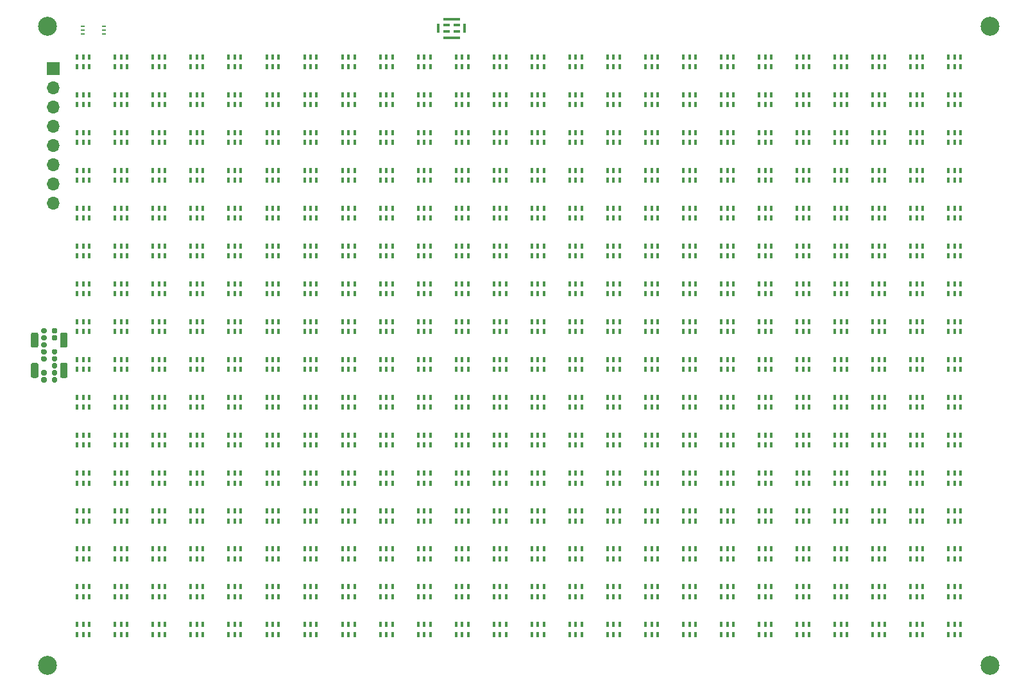
<source format=gbr>
G04 #@! TF.GenerationSoftware,KiCad,Pcbnew,(5.1.9-0-10_14)*
G04 #@! TF.CreationDate,2021-03-12T15:28:23+00:00*
G04 #@! TF.ProjectId,mqttDisplay,6d717474-4469-4737-906c-61792e6b6963,rev?*
G04 #@! TF.SameCoordinates,Original*
G04 #@! TF.FileFunction,Soldermask,Top*
G04 #@! TF.FilePolarity,Negative*
%FSLAX46Y46*%
G04 Gerber Fmt 4.6, Leading zero omitted, Abs format (unit mm)*
G04 Created by KiCad (PCBNEW (5.1.9-0-10_14)) date 2021-03-12 15:28:23*
%MOMM*%
%LPD*%
G01*
G04 APERTURE LIST*
%ADD10C,2.500000*%
%ADD11R,0.400000X0.700000*%
%ADD12R,0.550000X0.250000*%
%ADD13R,0.950000X0.400000*%
%ADD14R,2.300000X0.350000*%
%ADD15R,0.350000X1.300000*%
%ADD16O,1.700000X1.700000*%
%ADD17R,1.700000X1.700000*%
G04 APERTURE END LIST*
D10*
X185400000Y-43900000D03*
X185400000Y-128300000D03*
X61000000Y-128300000D03*
X61000000Y-43900000D03*
D11*
X104900000Y-114250000D03*
X106500000Y-114250000D03*
X105700000Y-114250000D03*
X104900000Y-112950000D03*
X105700000Y-112950000D03*
X106500000Y-112950000D03*
X179900000Y-124250000D03*
X181500000Y-124250000D03*
X180700000Y-124250000D03*
X179900000Y-122950000D03*
X180700000Y-122950000D03*
X181500000Y-122950000D03*
X174900000Y-124250000D03*
X176500000Y-124250000D03*
X175700000Y-124250000D03*
X174900000Y-122950000D03*
X175700000Y-122950000D03*
X176500000Y-122950000D03*
X169900000Y-124250000D03*
X171500000Y-124250000D03*
X170700000Y-124250000D03*
X169900000Y-122950000D03*
X170700000Y-122950000D03*
X171500000Y-122950000D03*
X164900000Y-124250000D03*
X166500000Y-124250000D03*
X165700000Y-124250000D03*
X164900000Y-122950000D03*
X165700000Y-122950000D03*
X166500000Y-122950000D03*
X159900000Y-124250000D03*
X161500000Y-124250000D03*
X160700000Y-124250000D03*
X159900000Y-122950000D03*
X160700000Y-122950000D03*
X161500000Y-122950000D03*
X154900000Y-124250000D03*
X156500000Y-124250000D03*
X155700000Y-124250000D03*
X154900000Y-122950000D03*
X155700000Y-122950000D03*
X156500000Y-122950000D03*
X149900000Y-124250000D03*
X151500000Y-124250000D03*
X150700000Y-124250000D03*
X149900000Y-122950000D03*
X150700000Y-122950000D03*
X151500000Y-122950000D03*
X144900000Y-124250000D03*
X146500000Y-124250000D03*
X145700000Y-124250000D03*
X144900000Y-122950000D03*
X145700000Y-122950000D03*
X146500000Y-122950000D03*
X139900000Y-124250000D03*
X141500000Y-124250000D03*
X140700000Y-124250000D03*
X139900000Y-122950000D03*
X140700000Y-122950000D03*
X141500000Y-122950000D03*
X134900000Y-124250000D03*
X136500000Y-124250000D03*
X135700000Y-124250000D03*
X134900000Y-122950000D03*
X135700000Y-122950000D03*
X136500000Y-122950000D03*
X129900000Y-124250000D03*
X131500000Y-124250000D03*
X130700000Y-124250000D03*
X129900000Y-122950000D03*
X130700000Y-122950000D03*
X131500000Y-122950000D03*
X124900000Y-124250000D03*
X126500000Y-124250000D03*
X125700000Y-124250000D03*
X124900000Y-122950000D03*
X125700000Y-122950000D03*
X126500000Y-122950000D03*
X119900000Y-124250000D03*
X121500000Y-124250000D03*
X120700000Y-124250000D03*
X119900000Y-122950000D03*
X120700000Y-122950000D03*
X121500000Y-122950000D03*
X114900000Y-124250000D03*
X116500000Y-124250000D03*
X115700000Y-124250000D03*
X114900000Y-122950000D03*
X115700000Y-122950000D03*
X116500000Y-122950000D03*
X109900000Y-124250000D03*
X111500000Y-124250000D03*
X110700000Y-124250000D03*
X109900000Y-122950000D03*
X110700000Y-122950000D03*
X111500000Y-122950000D03*
X104900000Y-124250000D03*
X106500000Y-124250000D03*
X105700000Y-124250000D03*
X104900000Y-122950000D03*
X105700000Y-122950000D03*
X106500000Y-122950000D03*
X99900000Y-124250000D03*
X101500000Y-124250000D03*
X100700000Y-124250000D03*
X99900000Y-122950000D03*
X100700000Y-122950000D03*
X101500000Y-122950000D03*
X94900000Y-124250000D03*
X96500000Y-124250000D03*
X95700000Y-124250000D03*
X94900000Y-122950000D03*
X95700000Y-122950000D03*
X96500000Y-122950000D03*
X89900000Y-124250000D03*
X91500000Y-124250000D03*
X90700000Y-124250000D03*
X89900000Y-122950000D03*
X90700000Y-122950000D03*
X91500000Y-122950000D03*
X84900000Y-124250000D03*
X86500000Y-124250000D03*
X85700000Y-124250000D03*
X84900000Y-122950000D03*
X85700000Y-122950000D03*
X86500000Y-122950000D03*
X79900000Y-124250000D03*
X81500000Y-124250000D03*
X80700000Y-124250000D03*
X79900000Y-122950000D03*
X80700000Y-122950000D03*
X81500000Y-122950000D03*
X74900000Y-124250000D03*
X76500000Y-124250000D03*
X75700000Y-124250000D03*
X74900000Y-122950000D03*
X75700000Y-122950000D03*
X76500000Y-122950000D03*
X69900000Y-124250000D03*
X71500000Y-124250000D03*
X70700000Y-124250000D03*
X69900000Y-122950000D03*
X70700000Y-122950000D03*
X71500000Y-122950000D03*
X64900000Y-124250000D03*
X66500000Y-124250000D03*
X65700000Y-124250000D03*
X64900000Y-122950000D03*
X65700000Y-122950000D03*
X66500000Y-122950000D03*
X179900000Y-119250000D03*
X181500000Y-119250000D03*
X180700000Y-119250000D03*
X179900000Y-117950000D03*
X180700000Y-117950000D03*
X181500000Y-117950000D03*
X174900000Y-119250000D03*
X176500000Y-119250000D03*
X175700000Y-119250000D03*
X174900000Y-117950000D03*
X175700000Y-117950000D03*
X176500000Y-117950000D03*
X169900000Y-119250000D03*
X171500000Y-119250000D03*
X170700000Y-119250000D03*
X169900000Y-117950000D03*
X170700000Y-117950000D03*
X171500000Y-117950000D03*
X164900000Y-119250000D03*
X166500000Y-119250000D03*
X165700000Y-119250000D03*
X164900000Y-117950000D03*
X165700000Y-117950000D03*
X166500000Y-117950000D03*
X159900000Y-119250000D03*
X161500000Y-119250000D03*
X160700000Y-119250000D03*
X159900000Y-117950000D03*
X160700000Y-117950000D03*
X161500000Y-117950000D03*
X154900000Y-119250000D03*
X156500000Y-119250000D03*
X155700000Y-119250000D03*
X154900000Y-117950000D03*
X155700000Y-117950000D03*
X156500000Y-117950000D03*
X149900000Y-119250000D03*
X151500000Y-119250000D03*
X150700000Y-119250000D03*
X149900000Y-117950000D03*
X150700000Y-117950000D03*
X151500000Y-117950000D03*
X144900000Y-119250000D03*
X146500000Y-119250000D03*
X145700000Y-119250000D03*
X144900000Y-117950000D03*
X145700000Y-117950000D03*
X146500000Y-117950000D03*
X139900000Y-119250000D03*
X141500000Y-119250000D03*
X140700000Y-119250000D03*
X139900000Y-117950000D03*
X140700000Y-117950000D03*
X141500000Y-117950000D03*
X134900000Y-119250000D03*
X136500000Y-119250000D03*
X135700000Y-119250000D03*
X134900000Y-117950000D03*
X135700000Y-117950000D03*
X136500000Y-117950000D03*
X129900000Y-119250000D03*
X131500000Y-119250000D03*
X130700000Y-119250000D03*
X129900000Y-117950000D03*
X130700000Y-117950000D03*
X131500000Y-117950000D03*
X124900000Y-119250000D03*
X126500000Y-119250000D03*
X125700000Y-119250000D03*
X124900000Y-117950000D03*
X125700000Y-117950000D03*
X126500000Y-117950000D03*
X119900000Y-119250000D03*
X121500000Y-119250000D03*
X120700000Y-119250000D03*
X119900000Y-117950000D03*
X120700000Y-117950000D03*
X121500000Y-117950000D03*
X114900000Y-119250000D03*
X116500000Y-119250000D03*
X115700000Y-119250000D03*
X114900000Y-117950000D03*
X115700000Y-117950000D03*
X116500000Y-117950000D03*
X109900000Y-119250000D03*
X111500000Y-119250000D03*
X110700000Y-119250000D03*
X109900000Y-117950000D03*
X110700000Y-117950000D03*
X111500000Y-117950000D03*
X104900000Y-119250000D03*
X106500000Y-119250000D03*
X105700000Y-119250000D03*
X104900000Y-117950000D03*
X105700000Y-117950000D03*
X106500000Y-117950000D03*
X99900000Y-119250000D03*
X101500000Y-119250000D03*
X100700000Y-119250000D03*
X99900000Y-117950000D03*
X100700000Y-117950000D03*
X101500000Y-117950000D03*
X94900000Y-119250000D03*
X96500000Y-119250000D03*
X95700000Y-119250000D03*
X94900000Y-117950000D03*
X95700000Y-117950000D03*
X96500000Y-117950000D03*
X89900000Y-119250000D03*
X91500000Y-119250000D03*
X90700000Y-119250000D03*
X89900000Y-117950000D03*
X90700000Y-117950000D03*
X91500000Y-117950000D03*
X84900000Y-119250000D03*
X86500000Y-119250000D03*
X85700000Y-119250000D03*
X84900000Y-117950000D03*
X85700000Y-117950000D03*
X86500000Y-117950000D03*
X79900000Y-119250000D03*
X81500000Y-119250000D03*
X80700000Y-119250000D03*
X79900000Y-117950000D03*
X80700000Y-117950000D03*
X81500000Y-117950000D03*
X74900000Y-119250000D03*
X76500000Y-119250000D03*
X75700000Y-119250000D03*
X74900000Y-117950000D03*
X75700000Y-117950000D03*
X76500000Y-117950000D03*
X69900000Y-119250000D03*
X71500000Y-119250000D03*
X70700000Y-119250000D03*
X69900000Y-117950000D03*
X70700000Y-117950000D03*
X71500000Y-117950000D03*
X64900000Y-119250000D03*
X66500000Y-119250000D03*
X65700000Y-119250000D03*
X64900000Y-117950000D03*
X65700000Y-117950000D03*
X66500000Y-117950000D03*
X179900000Y-114250000D03*
X181500000Y-114250000D03*
X180700000Y-114250000D03*
X179900000Y-112950000D03*
X180700000Y-112950000D03*
X181500000Y-112950000D03*
X174900000Y-114250000D03*
X176500000Y-114250000D03*
X175700000Y-114250000D03*
X174900000Y-112950000D03*
X175700000Y-112950000D03*
X176500000Y-112950000D03*
X169900000Y-114250000D03*
X171500000Y-114250000D03*
X170700000Y-114250000D03*
X169900000Y-112950000D03*
X170700000Y-112950000D03*
X171500000Y-112950000D03*
X164900000Y-114250000D03*
X166500000Y-114250000D03*
X165700000Y-114250000D03*
X164900000Y-112950000D03*
X165700000Y-112950000D03*
X166500000Y-112950000D03*
X159900000Y-114250000D03*
X161500000Y-114250000D03*
X160700000Y-114250000D03*
X159900000Y-112950000D03*
X160700000Y-112950000D03*
X161500000Y-112950000D03*
X154900000Y-114250000D03*
X156500000Y-114250000D03*
X155700000Y-114250000D03*
X154900000Y-112950000D03*
X155700000Y-112950000D03*
X156500000Y-112950000D03*
X149900000Y-114250000D03*
X151500000Y-114250000D03*
X150700000Y-114250000D03*
X149900000Y-112950000D03*
X150700000Y-112950000D03*
X151500000Y-112950000D03*
X144900000Y-114250000D03*
X146500000Y-114250000D03*
X145700000Y-114250000D03*
X144900000Y-112950000D03*
X145700000Y-112950000D03*
X146500000Y-112950000D03*
X139900000Y-114250000D03*
X141500000Y-114250000D03*
X140700000Y-114250000D03*
X139900000Y-112950000D03*
X140700000Y-112950000D03*
X141500000Y-112950000D03*
X134900000Y-114250000D03*
X136500000Y-114250000D03*
X135700000Y-114250000D03*
X134900000Y-112950000D03*
X135700000Y-112950000D03*
X136500000Y-112950000D03*
X129900000Y-114250000D03*
X131500000Y-114250000D03*
X130700000Y-114250000D03*
X129900000Y-112950000D03*
X130700000Y-112950000D03*
X131500000Y-112950000D03*
X124900000Y-114250000D03*
X126500000Y-114250000D03*
X125700000Y-114250000D03*
X124900000Y-112950000D03*
X125700000Y-112950000D03*
X126500000Y-112950000D03*
X119900000Y-114250000D03*
X121500000Y-114250000D03*
X120700000Y-114250000D03*
X119900000Y-112950000D03*
X120700000Y-112950000D03*
X121500000Y-112950000D03*
X114900000Y-114250000D03*
X116500000Y-114250000D03*
X115700000Y-114250000D03*
X114900000Y-112950000D03*
X115700000Y-112950000D03*
X116500000Y-112950000D03*
X109900000Y-114250000D03*
X111500000Y-114250000D03*
X110700000Y-114250000D03*
X109900000Y-112950000D03*
X110700000Y-112950000D03*
X111500000Y-112950000D03*
X99900000Y-114250000D03*
X101500000Y-114250000D03*
X100700000Y-114250000D03*
X99900000Y-112950000D03*
X100700000Y-112950000D03*
X101500000Y-112950000D03*
X94900000Y-114250000D03*
X96500000Y-114250000D03*
X95700000Y-114250000D03*
X94900000Y-112950000D03*
X95700000Y-112950000D03*
X96500000Y-112950000D03*
X89900000Y-114250000D03*
X91500000Y-114250000D03*
X90700000Y-114250000D03*
X89900000Y-112950000D03*
X90700000Y-112950000D03*
X91500000Y-112950000D03*
X84900000Y-114250000D03*
X86500000Y-114250000D03*
X85700000Y-114250000D03*
X84900000Y-112950000D03*
X85700000Y-112950000D03*
X86500000Y-112950000D03*
X79900000Y-114250000D03*
X81500000Y-114250000D03*
X80700000Y-114250000D03*
X79900000Y-112950000D03*
X80700000Y-112950000D03*
X81500000Y-112950000D03*
X74900000Y-114250000D03*
X76500000Y-114250000D03*
X75700000Y-114250000D03*
X74900000Y-112950000D03*
X75700000Y-112950000D03*
X76500000Y-112950000D03*
X69900000Y-114250000D03*
X71500000Y-114250000D03*
X70700000Y-114250000D03*
X69900000Y-112950000D03*
X70700000Y-112950000D03*
X71500000Y-112950000D03*
X64900000Y-114250000D03*
X66500000Y-114250000D03*
X65700000Y-114250000D03*
X64900000Y-112950000D03*
X65700000Y-112950000D03*
X66500000Y-112950000D03*
X179900000Y-109250000D03*
X181500000Y-109250000D03*
X180700000Y-109250000D03*
X179900000Y-107950000D03*
X180700000Y-107950000D03*
X181500000Y-107950000D03*
X174900000Y-109250000D03*
X176500000Y-109250000D03*
X175700000Y-109250000D03*
X174900000Y-107950000D03*
X175700000Y-107950000D03*
X176500000Y-107950000D03*
X169900000Y-109250000D03*
X171500000Y-109250000D03*
X170700000Y-109250000D03*
X169900000Y-107950000D03*
X170700000Y-107950000D03*
X171500000Y-107950000D03*
X164900000Y-109250000D03*
X166500000Y-109250000D03*
X165700000Y-109250000D03*
X164900000Y-107950000D03*
X165700000Y-107950000D03*
X166500000Y-107950000D03*
X159900000Y-109250000D03*
X161500000Y-109250000D03*
X160700000Y-109250000D03*
X159900000Y-107950000D03*
X160700000Y-107950000D03*
X161500000Y-107950000D03*
X154900000Y-109250000D03*
X156500000Y-109250000D03*
X155700000Y-109250000D03*
X154900000Y-107950000D03*
X155700000Y-107950000D03*
X156500000Y-107950000D03*
X149900000Y-109250000D03*
X151500000Y-109250000D03*
X150700000Y-109250000D03*
X149900000Y-107950000D03*
X150700000Y-107950000D03*
X151500000Y-107950000D03*
X144900000Y-109250000D03*
X146500000Y-109250000D03*
X145700000Y-109250000D03*
X144900000Y-107950000D03*
X145700000Y-107950000D03*
X146500000Y-107950000D03*
X139900000Y-109250000D03*
X141500000Y-109250000D03*
X140700000Y-109250000D03*
X139900000Y-107950000D03*
X140700000Y-107950000D03*
X141500000Y-107950000D03*
X134900000Y-109250000D03*
X136500000Y-109250000D03*
X135700000Y-109250000D03*
X134900000Y-107950000D03*
X135700000Y-107950000D03*
X136500000Y-107950000D03*
X129900000Y-109250000D03*
X131500000Y-109250000D03*
X130700000Y-109250000D03*
X129900000Y-107950000D03*
X130700000Y-107950000D03*
X131500000Y-107950000D03*
X124900000Y-109250000D03*
X126500000Y-109250000D03*
X125700000Y-109250000D03*
X124900000Y-107950000D03*
X125700000Y-107950000D03*
X126500000Y-107950000D03*
X119900000Y-109250000D03*
X121500000Y-109250000D03*
X120700000Y-109250000D03*
X119900000Y-107950000D03*
X120700000Y-107950000D03*
X121500000Y-107950000D03*
X114900000Y-109250000D03*
X116500000Y-109250000D03*
X115700000Y-109250000D03*
X114900000Y-107950000D03*
X115700000Y-107950000D03*
X116500000Y-107950000D03*
X109900000Y-109250000D03*
X111500000Y-109250000D03*
X110700000Y-109250000D03*
X109900000Y-107950000D03*
X110700000Y-107950000D03*
X111500000Y-107950000D03*
X104900000Y-109250000D03*
X106500000Y-109250000D03*
X105700000Y-109250000D03*
X104900000Y-107950000D03*
X105700000Y-107950000D03*
X106500000Y-107950000D03*
X99900000Y-109250000D03*
X101500000Y-109250000D03*
X100700000Y-109250000D03*
X99900000Y-107950000D03*
X100700000Y-107950000D03*
X101500000Y-107950000D03*
X94900000Y-109250000D03*
X96500000Y-109250000D03*
X95700000Y-109250000D03*
X94900000Y-107950000D03*
X95700000Y-107950000D03*
X96500000Y-107950000D03*
X89900000Y-109250000D03*
X91500000Y-109250000D03*
X90700000Y-109250000D03*
X89900000Y-107950000D03*
X90700000Y-107950000D03*
X91500000Y-107950000D03*
X84900000Y-109250000D03*
X86500000Y-109250000D03*
X85700000Y-109250000D03*
X84900000Y-107950000D03*
X85700000Y-107950000D03*
X86500000Y-107950000D03*
X79900000Y-109250000D03*
X81500000Y-109250000D03*
X80700000Y-109250000D03*
X79900000Y-107950000D03*
X80700000Y-107950000D03*
X81500000Y-107950000D03*
X74900000Y-109250000D03*
X76500000Y-109250000D03*
X75700000Y-109250000D03*
X74900000Y-107950000D03*
X75700000Y-107950000D03*
X76500000Y-107950000D03*
X69900000Y-109250000D03*
X71500000Y-109250000D03*
X70700000Y-109250000D03*
X69900000Y-107950000D03*
X70700000Y-107950000D03*
X71500000Y-107950000D03*
X64900000Y-109250000D03*
X66500000Y-109250000D03*
X65700000Y-109250000D03*
X64900000Y-107950000D03*
X65700000Y-107950000D03*
X66500000Y-107950000D03*
X179900000Y-104250000D03*
X181500000Y-104250000D03*
X180700000Y-104250000D03*
X179900000Y-102950000D03*
X180700000Y-102950000D03*
X181500000Y-102950000D03*
X174900000Y-104250000D03*
X176500000Y-104250000D03*
X175700000Y-104250000D03*
X174900000Y-102950000D03*
X175700000Y-102950000D03*
X176500000Y-102950000D03*
X169900000Y-104250000D03*
X171500000Y-104250000D03*
X170700000Y-104250000D03*
X169900000Y-102950000D03*
X170700000Y-102950000D03*
X171500000Y-102950000D03*
X164900000Y-104250000D03*
X166500000Y-104250000D03*
X165700000Y-104250000D03*
X164900000Y-102950000D03*
X165700000Y-102950000D03*
X166500000Y-102950000D03*
X159900000Y-104250000D03*
X161500000Y-104250000D03*
X160700000Y-104250000D03*
X159900000Y-102950000D03*
X160700000Y-102950000D03*
X161500000Y-102950000D03*
X154900000Y-104250000D03*
X156500000Y-104250000D03*
X155700000Y-104250000D03*
X154900000Y-102950000D03*
X155700000Y-102950000D03*
X156500000Y-102950000D03*
X149900000Y-104250000D03*
X151500000Y-104250000D03*
X150700000Y-104250000D03*
X149900000Y-102950000D03*
X150700000Y-102950000D03*
X151500000Y-102950000D03*
X144900000Y-104250000D03*
X146500000Y-104250000D03*
X145700000Y-104250000D03*
X144900000Y-102950000D03*
X145700000Y-102950000D03*
X146500000Y-102950000D03*
X139900000Y-104250000D03*
X141500000Y-104250000D03*
X140700000Y-104250000D03*
X139900000Y-102950000D03*
X140700000Y-102950000D03*
X141500000Y-102950000D03*
X134900000Y-104250000D03*
X136500000Y-104250000D03*
X135700000Y-104250000D03*
X134900000Y-102950000D03*
X135700000Y-102950000D03*
X136500000Y-102950000D03*
X129900000Y-104250000D03*
X131500000Y-104250000D03*
X130700000Y-104250000D03*
X129900000Y-102950000D03*
X130700000Y-102950000D03*
X131500000Y-102950000D03*
X124900000Y-104250000D03*
X126500000Y-104250000D03*
X125700000Y-104250000D03*
X124900000Y-102950000D03*
X125700000Y-102950000D03*
X126500000Y-102950000D03*
X119900000Y-104250000D03*
X121500000Y-104250000D03*
X120700000Y-104250000D03*
X119900000Y-102950000D03*
X120700000Y-102950000D03*
X121500000Y-102950000D03*
X114900000Y-104250000D03*
X116500000Y-104250000D03*
X115700000Y-104250000D03*
X114900000Y-102950000D03*
X115700000Y-102950000D03*
X116500000Y-102950000D03*
X109900000Y-104250000D03*
X111500000Y-104250000D03*
X110700000Y-104250000D03*
X109900000Y-102950000D03*
X110700000Y-102950000D03*
X111500000Y-102950000D03*
X104900000Y-104250000D03*
X106500000Y-104250000D03*
X105700000Y-104250000D03*
X104900000Y-102950000D03*
X105700000Y-102950000D03*
X106500000Y-102950000D03*
X99900000Y-104250000D03*
X101500000Y-104250000D03*
X100700000Y-104250000D03*
X99900000Y-102950000D03*
X100700000Y-102950000D03*
X101500000Y-102950000D03*
X94900000Y-104250000D03*
X96500000Y-104250000D03*
X95700000Y-104250000D03*
X94900000Y-102950000D03*
X95700000Y-102950000D03*
X96500000Y-102950000D03*
X89900000Y-104250000D03*
X91500000Y-104250000D03*
X90700000Y-104250000D03*
X89900000Y-102950000D03*
X90700000Y-102950000D03*
X91500000Y-102950000D03*
X84900000Y-104250000D03*
X86500000Y-104250000D03*
X85700000Y-104250000D03*
X84900000Y-102950000D03*
X85700000Y-102950000D03*
X86500000Y-102950000D03*
X79900000Y-104250000D03*
X81500000Y-104250000D03*
X80700000Y-104250000D03*
X79900000Y-102950000D03*
X80700000Y-102950000D03*
X81500000Y-102950000D03*
X74900000Y-104250000D03*
X76500000Y-104250000D03*
X75700000Y-104250000D03*
X74900000Y-102950000D03*
X75700000Y-102950000D03*
X76500000Y-102950000D03*
X69900000Y-104250000D03*
X71500000Y-104250000D03*
X70700000Y-104250000D03*
X69900000Y-102950000D03*
X70700000Y-102950000D03*
X71500000Y-102950000D03*
X64900000Y-104250000D03*
X66500000Y-104250000D03*
X65700000Y-104250000D03*
X64900000Y-102950000D03*
X65700000Y-102950000D03*
X66500000Y-102950000D03*
X179900000Y-99250000D03*
X181500000Y-99250000D03*
X180700000Y-99250000D03*
X179900000Y-97950000D03*
X180700000Y-97950000D03*
X181500000Y-97950000D03*
X174900000Y-99250000D03*
X176500000Y-99250000D03*
X175700000Y-99250000D03*
X174900000Y-97950000D03*
X175700000Y-97950000D03*
X176500000Y-97950000D03*
X169900000Y-99250000D03*
X171500000Y-99250000D03*
X170700000Y-99250000D03*
X169900000Y-97950000D03*
X170700000Y-97950000D03*
X171500000Y-97950000D03*
X164900000Y-99250000D03*
X166500000Y-99250000D03*
X165700000Y-99250000D03*
X164900000Y-97950000D03*
X165700000Y-97950000D03*
X166500000Y-97950000D03*
X159900000Y-99250000D03*
X161500000Y-99250000D03*
X160700000Y-99250000D03*
X159900000Y-97950000D03*
X160700000Y-97950000D03*
X161500000Y-97950000D03*
X154900000Y-99250000D03*
X156500000Y-99250000D03*
X155700000Y-99250000D03*
X154900000Y-97950000D03*
X155700000Y-97950000D03*
X156500000Y-97950000D03*
X149900000Y-99250000D03*
X151500000Y-99250000D03*
X150700000Y-99250000D03*
X149900000Y-97950000D03*
X150700000Y-97950000D03*
X151500000Y-97950000D03*
X144900000Y-99250000D03*
X146500000Y-99250000D03*
X145700000Y-99250000D03*
X144900000Y-97950000D03*
X145700000Y-97950000D03*
X146500000Y-97950000D03*
X139900000Y-99250000D03*
X141500000Y-99250000D03*
X140700000Y-99250000D03*
X139900000Y-97950000D03*
X140700000Y-97950000D03*
X141500000Y-97950000D03*
X134900000Y-99250000D03*
X136500000Y-99250000D03*
X135700000Y-99250000D03*
X134900000Y-97950000D03*
X135700000Y-97950000D03*
X136500000Y-97950000D03*
X129900000Y-99250000D03*
X131500000Y-99250000D03*
X130700000Y-99250000D03*
X129900000Y-97950000D03*
X130700000Y-97950000D03*
X131500000Y-97950000D03*
X124900000Y-99250000D03*
X126500000Y-99250000D03*
X125700000Y-99250000D03*
X124900000Y-97950000D03*
X125700000Y-97950000D03*
X126500000Y-97950000D03*
X119900000Y-99250000D03*
X121500000Y-99250000D03*
X120700000Y-99250000D03*
X119900000Y-97950000D03*
X120700000Y-97950000D03*
X121500000Y-97950000D03*
X114900000Y-99250000D03*
X116500000Y-99250000D03*
X115700000Y-99250000D03*
X114900000Y-97950000D03*
X115700000Y-97950000D03*
X116500000Y-97950000D03*
X109900000Y-99250000D03*
X111500000Y-99250000D03*
X110700000Y-99250000D03*
X109900000Y-97950000D03*
X110700000Y-97950000D03*
X111500000Y-97950000D03*
X104900000Y-99250000D03*
X106500000Y-99250000D03*
X105700000Y-99250000D03*
X104900000Y-97950000D03*
X105700000Y-97950000D03*
X106500000Y-97950000D03*
X99900000Y-99250000D03*
X101500000Y-99250000D03*
X100700000Y-99250000D03*
X99900000Y-97950000D03*
X100700000Y-97950000D03*
X101500000Y-97950000D03*
X94900000Y-99250000D03*
X96500000Y-99250000D03*
X95700000Y-99250000D03*
X94900000Y-97950000D03*
X95700000Y-97950000D03*
X96500000Y-97950000D03*
X89900000Y-99250000D03*
X91500000Y-99250000D03*
X90700000Y-99250000D03*
X89900000Y-97950000D03*
X90700000Y-97950000D03*
X91500000Y-97950000D03*
X84900000Y-99250000D03*
X86500000Y-99250000D03*
X85700000Y-99250000D03*
X84900000Y-97950000D03*
X85700000Y-97950000D03*
X86500000Y-97950000D03*
X79900000Y-99250000D03*
X81500000Y-99250000D03*
X80700000Y-99250000D03*
X79900000Y-97950000D03*
X80700000Y-97950000D03*
X81500000Y-97950000D03*
X74900000Y-99250000D03*
X76500000Y-99250000D03*
X75700000Y-99250000D03*
X74900000Y-97950000D03*
X75700000Y-97950000D03*
X76500000Y-97950000D03*
X69900000Y-99250000D03*
X71500000Y-99250000D03*
X70700000Y-99250000D03*
X69900000Y-97950000D03*
X70700000Y-97950000D03*
X71500000Y-97950000D03*
X64900000Y-99250000D03*
X66500000Y-99250000D03*
X65700000Y-99250000D03*
X64900000Y-97950000D03*
X65700000Y-97950000D03*
X66500000Y-97950000D03*
X179900000Y-94250000D03*
X181500000Y-94250000D03*
X180700000Y-94250000D03*
X179900000Y-92950000D03*
X180700000Y-92950000D03*
X181500000Y-92950000D03*
X174900000Y-94250000D03*
X176500000Y-94250000D03*
X175700000Y-94250000D03*
X174900000Y-92950000D03*
X175700000Y-92950000D03*
X176500000Y-92950000D03*
X169900000Y-94250000D03*
X171500000Y-94250000D03*
X170700000Y-94250000D03*
X169900000Y-92950000D03*
X170700000Y-92950000D03*
X171500000Y-92950000D03*
X164900000Y-94250000D03*
X166500000Y-94250000D03*
X165700000Y-94250000D03*
X164900000Y-92950000D03*
X165700000Y-92950000D03*
X166500000Y-92950000D03*
X159900000Y-94250000D03*
X161500000Y-94250000D03*
X160700000Y-94250000D03*
X159900000Y-92950000D03*
X160700000Y-92950000D03*
X161500000Y-92950000D03*
X154900000Y-94250000D03*
X156500000Y-94250000D03*
X155700000Y-94250000D03*
X154900000Y-92950000D03*
X155700000Y-92950000D03*
X156500000Y-92950000D03*
X149900000Y-94250000D03*
X151500000Y-94250000D03*
X150700000Y-94250000D03*
X149900000Y-92950000D03*
X150700000Y-92950000D03*
X151500000Y-92950000D03*
X144900000Y-94250000D03*
X146500000Y-94250000D03*
X145700000Y-94250000D03*
X144900000Y-92950000D03*
X145700000Y-92950000D03*
X146500000Y-92950000D03*
X139900000Y-94250000D03*
X141500000Y-94250000D03*
X140700000Y-94250000D03*
X139900000Y-92950000D03*
X140700000Y-92950000D03*
X141500000Y-92950000D03*
X134900000Y-94250000D03*
X136500000Y-94250000D03*
X135700000Y-94250000D03*
X134900000Y-92950000D03*
X135700000Y-92950000D03*
X136500000Y-92950000D03*
X129900000Y-94250000D03*
X131500000Y-94250000D03*
X130700000Y-94250000D03*
X129900000Y-92950000D03*
X130700000Y-92950000D03*
X131500000Y-92950000D03*
X124900000Y-94250000D03*
X126500000Y-94250000D03*
X125700000Y-94250000D03*
X124900000Y-92950000D03*
X125700000Y-92950000D03*
X126500000Y-92950000D03*
X119900000Y-94250000D03*
X121500000Y-94250000D03*
X120700000Y-94250000D03*
X119900000Y-92950000D03*
X120700000Y-92950000D03*
X121500000Y-92950000D03*
X114900000Y-94250000D03*
X116500000Y-94250000D03*
X115700000Y-94250000D03*
X114900000Y-92950000D03*
X115700000Y-92950000D03*
X116500000Y-92950000D03*
X109900000Y-94250000D03*
X111500000Y-94250000D03*
X110700000Y-94250000D03*
X109900000Y-92950000D03*
X110700000Y-92950000D03*
X111500000Y-92950000D03*
X104900000Y-94250000D03*
X106500000Y-94250000D03*
X105700000Y-94250000D03*
X104900000Y-92950000D03*
X105700000Y-92950000D03*
X106500000Y-92950000D03*
X99900000Y-94250000D03*
X101500000Y-94250000D03*
X100700000Y-94250000D03*
X99900000Y-92950000D03*
X100700000Y-92950000D03*
X101500000Y-92950000D03*
X94900000Y-94250000D03*
X96500000Y-94250000D03*
X95700000Y-94250000D03*
X94900000Y-92950000D03*
X95700000Y-92950000D03*
X96500000Y-92950000D03*
X89900000Y-94250000D03*
X91500000Y-94250000D03*
X90700000Y-94250000D03*
X89900000Y-92950000D03*
X90700000Y-92950000D03*
X91500000Y-92950000D03*
X84900000Y-94250000D03*
X86500000Y-94250000D03*
X85700000Y-94250000D03*
X84900000Y-92950000D03*
X85700000Y-92950000D03*
X86500000Y-92950000D03*
X79900000Y-94250000D03*
X81500000Y-94250000D03*
X80700000Y-94250000D03*
X79900000Y-92950000D03*
X80700000Y-92950000D03*
X81500000Y-92950000D03*
X74900000Y-94250000D03*
X76500000Y-94250000D03*
X75700000Y-94250000D03*
X74900000Y-92950000D03*
X75700000Y-92950000D03*
X76500000Y-92950000D03*
X69900000Y-94250000D03*
X71500000Y-94250000D03*
X70700000Y-94250000D03*
X69900000Y-92950000D03*
X70700000Y-92950000D03*
X71500000Y-92950000D03*
X64900000Y-94250000D03*
X66500000Y-94250000D03*
X65700000Y-94250000D03*
X64900000Y-92950000D03*
X65700000Y-92950000D03*
X66500000Y-92950000D03*
X179900000Y-89250000D03*
X181500000Y-89250000D03*
X180700000Y-89250000D03*
X179900000Y-87950000D03*
X180700000Y-87950000D03*
X181500000Y-87950000D03*
X174900000Y-89250000D03*
X176500000Y-89250000D03*
X175700000Y-89250000D03*
X174900000Y-87950000D03*
X175700000Y-87950000D03*
X176500000Y-87950000D03*
X169900000Y-89250000D03*
X171500000Y-89250000D03*
X170700000Y-89250000D03*
X169900000Y-87950000D03*
X170700000Y-87950000D03*
X171500000Y-87950000D03*
X164900000Y-89250000D03*
X166500000Y-89250000D03*
X165700000Y-89250000D03*
X164900000Y-87950000D03*
X165700000Y-87950000D03*
X166500000Y-87950000D03*
X159900000Y-89250000D03*
X161500000Y-89250000D03*
X160700000Y-89250000D03*
X159900000Y-87950000D03*
X160700000Y-87950000D03*
X161500000Y-87950000D03*
X154900000Y-89250000D03*
X156500000Y-89250000D03*
X155700000Y-89250000D03*
X154900000Y-87950000D03*
X155700000Y-87950000D03*
X156500000Y-87950000D03*
X149900000Y-89250000D03*
X151500000Y-89250000D03*
X150700000Y-89250000D03*
X149900000Y-87950000D03*
X150700000Y-87950000D03*
X151500000Y-87950000D03*
X144900000Y-89250000D03*
X146500000Y-89250000D03*
X145700000Y-89250000D03*
X144900000Y-87950000D03*
X145700000Y-87950000D03*
X146500000Y-87950000D03*
X139900000Y-89250000D03*
X141500000Y-89250000D03*
X140700000Y-89250000D03*
X139900000Y-87950000D03*
X140700000Y-87950000D03*
X141500000Y-87950000D03*
X134900000Y-89250000D03*
X136500000Y-89250000D03*
X135700000Y-89250000D03*
X134900000Y-87950000D03*
X135700000Y-87950000D03*
X136500000Y-87950000D03*
X129900000Y-89250000D03*
X131500000Y-89250000D03*
X130700000Y-89250000D03*
X129900000Y-87950000D03*
X130700000Y-87950000D03*
X131500000Y-87950000D03*
X124900000Y-89250000D03*
X126500000Y-89250000D03*
X125700000Y-89250000D03*
X124900000Y-87950000D03*
X125700000Y-87950000D03*
X126500000Y-87950000D03*
X119900000Y-89250000D03*
X121500000Y-89250000D03*
X120700000Y-89250000D03*
X119900000Y-87950000D03*
X120700000Y-87950000D03*
X121500000Y-87950000D03*
X114900000Y-89250000D03*
X116500000Y-89250000D03*
X115700000Y-89250000D03*
X114900000Y-87950000D03*
X115700000Y-87950000D03*
X116500000Y-87950000D03*
X109900000Y-89250000D03*
X111500000Y-89250000D03*
X110700000Y-89250000D03*
X109900000Y-87950000D03*
X110700000Y-87950000D03*
X111500000Y-87950000D03*
X104900000Y-89250000D03*
X106500000Y-89250000D03*
X105700000Y-89250000D03*
X104900000Y-87950000D03*
X105700000Y-87950000D03*
X106500000Y-87950000D03*
X99900000Y-89250000D03*
X101500000Y-89250000D03*
X100700000Y-89250000D03*
X99900000Y-87950000D03*
X100700000Y-87950000D03*
X101500000Y-87950000D03*
X94900000Y-89250000D03*
X96500000Y-89250000D03*
X95700000Y-89250000D03*
X94900000Y-87950000D03*
X95700000Y-87950000D03*
X96500000Y-87950000D03*
X89900000Y-89250000D03*
X91500000Y-89250000D03*
X90700000Y-89250000D03*
X89900000Y-87950000D03*
X90700000Y-87950000D03*
X91500000Y-87950000D03*
X84900000Y-89250000D03*
X86500000Y-89250000D03*
X85700000Y-89250000D03*
X84900000Y-87950000D03*
X85700000Y-87950000D03*
X86500000Y-87950000D03*
X79900000Y-89250000D03*
X81500000Y-89250000D03*
X80700000Y-89250000D03*
X79900000Y-87950000D03*
X80700000Y-87950000D03*
X81500000Y-87950000D03*
X74900000Y-89250000D03*
X76500000Y-89250000D03*
X75700000Y-89250000D03*
X74900000Y-87950000D03*
X75700000Y-87950000D03*
X76500000Y-87950000D03*
X69900000Y-89250000D03*
X71500000Y-89250000D03*
X70700000Y-89250000D03*
X69900000Y-87950000D03*
X70700000Y-87950000D03*
X71500000Y-87950000D03*
X64900000Y-89250000D03*
X66500000Y-89250000D03*
X65700000Y-89250000D03*
X64900000Y-87950000D03*
X65700000Y-87950000D03*
X66500000Y-87950000D03*
X179900000Y-84250000D03*
X181500000Y-84250000D03*
X180700000Y-84250000D03*
X179900000Y-82950000D03*
X180700000Y-82950000D03*
X181500000Y-82950000D03*
X174900000Y-84250000D03*
X176500000Y-84250000D03*
X175700000Y-84250000D03*
X174900000Y-82950000D03*
X175700000Y-82950000D03*
X176500000Y-82950000D03*
X169900000Y-84250000D03*
X171500000Y-84250000D03*
X170700000Y-84250000D03*
X169900000Y-82950000D03*
X170700000Y-82950000D03*
X171500000Y-82950000D03*
X164900000Y-84250000D03*
X166500000Y-84250000D03*
X165700000Y-84250000D03*
X164900000Y-82950000D03*
X165700000Y-82950000D03*
X166500000Y-82950000D03*
X159900000Y-84250000D03*
X161500000Y-84250000D03*
X160700000Y-84250000D03*
X159900000Y-82950000D03*
X160700000Y-82950000D03*
X161500000Y-82950000D03*
X154900000Y-84250000D03*
X156500000Y-84250000D03*
X155700000Y-84250000D03*
X154900000Y-82950000D03*
X155700000Y-82950000D03*
X156500000Y-82950000D03*
X149900000Y-84250000D03*
X151500000Y-84250000D03*
X150700000Y-84250000D03*
X149900000Y-82950000D03*
X150700000Y-82950000D03*
X151500000Y-82950000D03*
X144900000Y-84250000D03*
X146500000Y-84250000D03*
X145700000Y-84250000D03*
X144900000Y-82950000D03*
X145700000Y-82950000D03*
X146500000Y-82950000D03*
X139900000Y-84250000D03*
X141500000Y-84250000D03*
X140700000Y-84250000D03*
X139900000Y-82950000D03*
X140700000Y-82950000D03*
X141500000Y-82950000D03*
X134900000Y-84250000D03*
X136500000Y-84250000D03*
X135700000Y-84250000D03*
X134900000Y-82950000D03*
X135700000Y-82950000D03*
X136500000Y-82950000D03*
X129900000Y-84250000D03*
X131500000Y-84250000D03*
X130700000Y-84250000D03*
X129900000Y-82950000D03*
X130700000Y-82950000D03*
X131500000Y-82950000D03*
X124900000Y-84250000D03*
X126500000Y-84250000D03*
X125700000Y-84250000D03*
X124900000Y-82950000D03*
X125700000Y-82950000D03*
X126500000Y-82950000D03*
X119900000Y-84250000D03*
X121500000Y-84250000D03*
X120700000Y-84250000D03*
X119900000Y-82950000D03*
X120700000Y-82950000D03*
X121500000Y-82950000D03*
X114900000Y-84250000D03*
X116500000Y-84250000D03*
X115700000Y-84250000D03*
X114900000Y-82950000D03*
X115700000Y-82950000D03*
X116500000Y-82950000D03*
X109900000Y-84250000D03*
X111500000Y-84250000D03*
X110700000Y-84250000D03*
X109900000Y-82950000D03*
X110700000Y-82950000D03*
X111500000Y-82950000D03*
X104900000Y-84250000D03*
X106500000Y-84250000D03*
X105700000Y-84250000D03*
X104900000Y-82950000D03*
X105700000Y-82950000D03*
X106500000Y-82950000D03*
X99900000Y-84250000D03*
X101500000Y-84250000D03*
X100700000Y-84250000D03*
X99900000Y-82950000D03*
X100700000Y-82950000D03*
X101500000Y-82950000D03*
X94900000Y-84250000D03*
X96500000Y-84250000D03*
X95700000Y-84250000D03*
X94900000Y-82950000D03*
X95700000Y-82950000D03*
X96500000Y-82950000D03*
X89900000Y-84250000D03*
X91500000Y-84250000D03*
X90700000Y-84250000D03*
X89900000Y-82950000D03*
X90700000Y-82950000D03*
X91500000Y-82950000D03*
X84900000Y-84250000D03*
X86500000Y-84250000D03*
X85700000Y-84250000D03*
X84900000Y-82950000D03*
X85700000Y-82950000D03*
X86500000Y-82950000D03*
X79900000Y-84250000D03*
X81500000Y-84250000D03*
X80700000Y-84250000D03*
X79900000Y-82950000D03*
X80700000Y-82950000D03*
X81500000Y-82950000D03*
X74900000Y-84250000D03*
X76500000Y-84250000D03*
X75700000Y-84250000D03*
X74900000Y-82950000D03*
X75700000Y-82950000D03*
X76500000Y-82950000D03*
X69900000Y-84250000D03*
X71500000Y-84250000D03*
X70700000Y-84250000D03*
X69900000Y-82950000D03*
X70700000Y-82950000D03*
X71500000Y-82950000D03*
X64900000Y-84250000D03*
X66500000Y-84250000D03*
X65700000Y-84250000D03*
X64900000Y-82950000D03*
X65700000Y-82950000D03*
X66500000Y-82950000D03*
X179900000Y-79250000D03*
X181500000Y-79250000D03*
X180700000Y-79250000D03*
X179900000Y-77950000D03*
X180700000Y-77950000D03*
X181500000Y-77950000D03*
X174900000Y-79250000D03*
X176500000Y-79250000D03*
X175700000Y-79250000D03*
X174900000Y-77950000D03*
X175700000Y-77950000D03*
X176500000Y-77950000D03*
X169900000Y-79250000D03*
X171500000Y-79250000D03*
X170700000Y-79250000D03*
X169900000Y-77950000D03*
X170700000Y-77950000D03*
X171500000Y-77950000D03*
X164900000Y-79250000D03*
X166500000Y-79250000D03*
X165700000Y-79250000D03*
X164900000Y-77950000D03*
X165700000Y-77950000D03*
X166500000Y-77950000D03*
X159900000Y-79250000D03*
X161500000Y-79250000D03*
X160700000Y-79250000D03*
X159900000Y-77950000D03*
X160700000Y-77950000D03*
X161500000Y-77950000D03*
X154900000Y-79250000D03*
X156500000Y-79250000D03*
X155700000Y-79250000D03*
X154900000Y-77950000D03*
X155700000Y-77950000D03*
X156500000Y-77950000D03*
X149900000Y-79250000D03*
X151500000Y-79250000D03*
X150700000Y-79250000D03*
X149900000Y-77950000D03*
X150700000Y-77950000D03*
X151500000Y-77950000D03*
X144900000Y-79250000D03*
X146500000Y-79250000D03*
X145700000Y-79250000D03*
X144900000Y-77950000D03*
X145700000Y-77950000D03*
X146500000Y-77950000D03*
X139900000Y-79250000D03*
X141500000Y-79250000D03*
X140700000Y-79250000D03*
X139900000Y-77950000D03*
X140700000Y-77950000D03*
X141500000Y-77950000D03*
X134900000Y-79250000D03*
X136500000Y-79250000D03*
X135700000Y-79250000D03*
X134900000Y-77950000D03*
X135700000Y-77950000D03*
X136500000Y-77950000D03*
X129900000Y-79250000D03*
X131500000Y-79250000D03*
X130700000Y-79250000D03*
X129900000Y-77950000D03*
X130700000Y-77950000D03*
X131500000Y-77950000D03*
X124900000Y-79250000D03*
X126500000Y-79250000D03*
X125700000Y-79250000D03*
X124900000Y-77950000D03*
X125700000Y-77950000D03*
X126500000Y-77950000D03*
X119900000Y-79250000D03*
X121500000Y-79250000D03*
X120700000Y-79250000D03*
X119900000Y-77950000D03*
X120700000Y-77950000D03*
X121500000Y-77950000D03*
X114900000Y-79250000D03*
X116500000Y-79250000D03*
X115700000Y-79250000D03*
X114900000Y-77950000D03*
X115700000Y-77950000D03*
X116500000Y-77950000D03*
X109900000Y-79250000D03*
X111500000Y-79250000D03*
X110700000Y-79250000D03*
X109900000Y-77950000D03*
X110700000Y-77950000D03*
X111500000Y-77950000D03*
X104900000Y-79250000D03*
X106500000Y-79250000D03*
X105700000Y-79250000D03*
X104900000Y-77950000D03*
X105700000Y-77950000D03*
X106500000Y-77950000D03*
X99900000Y-79250000D03*
X101500000Y-79250000D03*
X100700000Y-79250000D03*
X99900000Y-77950000D03*
X100700000Y-77950000D03*
X101500000Y-77950000D03*
X94900000Y-79250000D03*
X96500000Y-79250000D03*
X95700000Y-79250000D03*
X94900000Y-77950000D03*
X95700000Y-77950000D03*
X96500000Y-77950000D03*
X89900000Y-79250000D03*
X91500000Y-79250000D03*
X90700000Y-79250000D03*
X89900000Y-77950000D03*
X90700000Y-77950000D03*
X91500000Y-77950000D03*
X84900000Y-79250000D03*
X86500000Y-79250000D03*
X85700000Y-79250000D03*
X84900000Y-77950000D03*
X85700000Y-77950000D03*
X86500000Y-77950000D03*
X79900000Y-79250000D03*
X81500000Y-79250000D03*
X80700000Y-79250000D03*
X79900000Y-77950000D03*
X80700000Y-77950000D03*
X81500000Y-77950000D03*
X74900000Y-79250000D03*
X76500000Y-79250000D03*
X75700000Y-79250000D03*
X74900000Y-77950000D03*
X75700000Y-77950000D03*
X76500000Y-77950000D03*
X69900000Y-79250000D03*
X71500000Y-79250000D03*
X70700000Y-79250000D03*
X69900000Y-77950000D03*
X70700000Y-77950000D03*
X71500000Y-77950000D03*
X64900000Y-79250000D03*
X66500000Y-79250000D03*
X65700000Y-79250000D03*
X64900000Y-77950000D03*
X65700000Y-77950000D03*
X66500000Y-77950000D03*
X179900000Y-74250000D03*
X181500000Y-74250000D03*
X180700000Y-74250000D03*
X179900000Y-72950000D03*
X180700000Y-72950000D03*
X181500000Y-72950000D03*
X174900000Y-74250000D03*
X176500000Y-74250000D03*
X175700000Y-74250000D03*
X174900000Y-72950000D03*
X175700000Y-72950000D03*
X176500000Y-72950000D03*
X169900000Y-74250000D03*
X171500000Y-74250000D03*
X170700000Y-74250000D03*
X169900000Y-72950000D03*
X170700000Y-72950000D03*
X171500000Y-72950000D03*
X164900000Y-74250000D03*
X166500000Y-74250000D03*
X165700000Y-74250000D03*
X164900000Y-72950000D03*
X165700000Y-72950000D03*
X166500000Y-72950000D03*
X159900000Y-74250000D03*
X161500000Y-74250000D03*
X160700000Y-74250000D03*
X159900000Y-72950000D03*
X160700000Y-72950000D03*
X161500000Y-72950000D03*
X154900000Y-74250000D03*
X156500000Y-74250000D03*
X155700000Y-74250000D03*
X154900000Y-72950000D03*
X155700000Y-72950000D03*
X156500000Y-72950000D03*
X149900000Y-74250000D03*
X151500000Y-74250000D03*
X150700000Y-74250000D03*
X149900000Y-72950000D03*
X150700000Y-72950000D03*
X151500000Y-72950000D03*
X144900000Y-74250000D03*
X146500000Y-74250000D03*
X145700000Y-74250000D03*
X144900000Y-72950000D03*
X145700000Y-72950000D03*
X146500000Y-72950000D03*
X139900000Y-74250000D03*
X141500000Y-74250000D03*
X140700000Y-74250000D03*
X139900000Y-72950000D03*
X140700000Y-72950000D03*
X141500000Y-72950000D03*
X134900000Y-74250000D03*
X136500000Y-74250000D03*
X135700000Y-74250000D03*
X134900000Y-72950000D03*
X135700000Y-72950000D03*
X136500000Y-72950000D03*
X129900000Y-74250000D03*
X131500000Y-74250000D03*
X130700000Y-74250000D03*
X129900000Y-72950000D03*
X130700000Y-72950000D03*
X131500000Y-72950000D03*
X124900000Y-74250000D03*
X126500000Y-74250000D03*
X125700000Y-74250000D03*
X124900000Y-72950000D03*
X125700000Y-72950000D03*
X126500000Y-72950000D03*
X119900000Y-74250000D03*
X121500000Y-74250000D03*
X120700000Y-74250000D03*
X119900000Y-72950000D03*
X120700000Y-72950000D03*
X121500000Y-72950000D03*
X114900000Y-74250000D03*
X116500000Y-74250000D03*
X115700000Y-74250000D03*
X114900000Y-72950000D03*
X115700000Y-72950000D03*
X116500000Y-72950000D03*
X109900000Y-74250000D03*
X111500000Y-74250000D03*
X110700000Y-74250000D03*
X109900000Y-72950000D03*
X110700000Y-72950000D03*
X111500000Y-72950000D03*
X104900000Y-74250000D03*
X106500000Y-74250000D03*
X105700000Y-74250000D03*
X104900000Y-72950000D03*
X105700000Y-72950000D03*
X106500000Y-72950000D03*
X99900000Y-74250000D03*
X101500000Y-74250000D03*
X100700000Y-74250000D03*
X99900000Y-72950000D03*
X100700000Y-72950000D03*
X101500000Y-72950000D03*
X94900000Y-74250000D03*
X96500000Y-74250000D03*
X95700000Y-74250000D03*
X94900000Y-72950000D03*
X95700000Y-72950000D03*
X96500000Y-72950000D03*
X89900000Y-74250000D03*
X91500000Y-74250000D03*
X90700000Y-74250000D03*
X89900000Y-72950000D03*
X90700000Y-72950000D03*
X91500000Y-72950000D03*
X84900000Y-74250000D03*
X86500000Y-74250000D03*
X85700000Y-74250000D03*
X84900000Y-72950000D03*
X85700000Y-72950000D03*
X86500000Y-72950000D03*
X79900000Y-74250000D03*
X81500000Y-74250000D03*
X80700000Y-74250000D03*
X79900000Y-72950000D03*
X80700000Y-72950000D03*
X81500000Y-72950000D03*
X74900000Y-74250000D03*
X76500000Y-74250000D03*
X75700000Y-74250000D03*
X74900000Y-72950000D03*
X75700000Y-72950000D03*
X76500000Y-72950000D03*
X69900000Y-74250000D03*
X71500000Y-74250000D03*
X70700000Y-74250000D03*
X69900000Y-72950000D03*
X70700000Y-72950000D03*
X71500000Y-72950000D03*
X64900000Y-74250000D03*
X66500000Y-74250000D03*
X65700000Y-74250000D03*
X64900000Y-72950000D03*
X65700000Y-72950000D03*
X66500000Y-72950000D03*
X179900000Y-69250000D03*
X181500000Y-69250000D03*
X180700000Y-69250000D03*
X179900000Y-67950000D03*
X180700000Y-67950000D03*
X181500000Y-67950000D03*
X174900000Y-69250000D03*
X176500000Y-69250000D03*
X175700000Y-69250000D03*
X174900000Y-67950000D03*
X175700000Y-67950000D03*
X176500000Y-67950000D03*
X169900000Y-69250000D03*
X171500000Y-69250000D03*
X170700000Y-69250000D03*
X169900000Y-67950000D03*
X170700000Y-67950000D03*
X171500000Y-67950000D03*
X164900000Y-69250000D03*
X166500000Y-69250000D03*
X165700000Y-69250000D03*
X164900000Y-67950000D03*
X165700000Y-67950000D03*
X166500000Y-67950000D03*
X159900000Y-69250000D03*
X161500000Y-69250000D03*
X160700000Y-69250000D03*
X159900000Y-67950000D03*
X160700000Y-67950000D03*
X161500000Y-67950000D03*
X154900000Y-69250000D03*
X156500000Y-69250000D03*
X155700000Y-69250000D03*
X154900000Y-67950000D03*
X155700000Y-67950000D03*
X156500000Y-67950000D03*
X149900000Y-69250000D03*
X151500000Y-69250000D03*
X150700000Y-69250000D03*
X149900000Y-67950000D03*
X150700000Y-67950000D03*
X151500000Y-67950000D03*
X144900000Y-69250000D03*
X146500000Y-69250000D03*
X145700000Y-69250000D03*
X144900000Y-67950000D03*
X145700000Y-67950000D03*
X146500000Y-67950000D03*
X139900000Y-69250000D03*
X141500000Y-69250000D03*
X140700000Y-69250000D03*
X139900000Y-67950000D03*
X140700000Y-67950000D03*
X141500000Y-67950000D03*
X134900000Y-69250000D03*
X136500000Y-69250000D03*
X135700000Y-69250000D03*
X134900000Y-67950000D03*
X135700000Y-67950000D03*
X136500000Y-67950000D03*
X129900000Y-69250000D03*
X131500000Y-69250000D03*
X130700000Y-69250000D03*
X129900000Y-67950000D03*
X130700000Y-67950000D03*
X131500000Y-67950000D03*
X124900000Y-69250000D03*
X126500000Y-69250000D03*
X125700000Y-69250000D03*
X124900000Y-67950000D03*
X125700000Y-67950000D03*
X126500000Y-67950000D03*
X119900000Y-69250000D03*
X121500000Y-69250000D03*
X120700000Y-69250000D03*
X119900000Y-67950000D03*
X120700000Y-67950000D03*
X121500000Y-67950000D03*
X114900000Y-69250000D03*
X116500000Y-69250000D03*
X115700000Y-69250000D03*
X114900000Y-67950000D03*
X115700000Y-67950000D03*
X116500000Y-67950000D03*
X109900000Y-69250000D03*
X111500000Y-69250000D03*
X110700000Y-69250000D03*
X109900000Y-67950000D03*
X110700000Y-67950000D03*
X111500000Y-67950000D03*
X104900000Y-69250000D03*
X106500000Y-69250000D03*
X105700000Y-69250000D03*
X104900000Y-67950000D03*
X105700000Y-67950000D03*
X106500000Y-67950000D03*
X99900000Y-69250000D03*
X101500000Y-69250000D03*
X100700000Y-69250000D03*
X99900000Y-67950000D03*
X100700000Y-67950000D03*
X101500000Y-67950000D03*
X94900000Y-69250000D03*
X96500000Y-69250000D03*
X95700000Y-69250000D03*
X94900000Y-67950000D03*
X95700000Y-67950000D03*
X96500000Y-67950000D03*
X89900000Y-69250000D03*
X91500000Y-69250000D03*
X90700000Y-69250000D03*
X89900000Y-67950000D03*
X90700000Y-67950000D03*
X91500000Y-67950000D03*
X84900000Y-69250000D03*
X86500000Y-69250000D03*
X85700000Y-69250000D03*
X84900000Y-67950000D03*
X85700000Y-67950000D03*
X86500000Y-67950000D03*
X79900000Y-69250000D03*
X81500000Y-69250000D03*
X80700000Y-69250000D03*
X79900000Y-67950000D03*
X80700000Y-67950000D03*
X81500000Y-67950000D03*
X74900000Y-69250000D03*
X76500000Y-69250000D03*
X75700000Y-69250000D03*
X74900000Y-67950000D03*
X75700000Y-67950000D03*
X76500000Y-67950000D03*
X69900000Y-69250000D03*
X71500000Y-69250000D03*
X70700000Y-69250000D03*
X69900000Y-67950000D03*
X70700000Y-67950000D03*
X71500000Y-67950000D03*
X64900000Y-69250000D03*
X66500000Y-69250000D03*
X65700000Y-69250000D03*
X64900000Y-67950000D03*
X65700000Y-67950000D03*
X66500000Y-67950000D03*
X179900000Y-64250000D03*
X181500000Y-64250000D03*
X180700000Y-64250000D03*
X179900000Y-62950000D03*
X180700000Y-62950000D03*
X181500000Y-62950000D03*
X174900000Y-64250000D03*
X176500000Y-64250000D03*
X175700000Y-64250000D03*
X174900000Y-62950000D03*
X175700000Y-62950000D03*
X176500000Y-62950000D03*
X169900000Y-64250000D03*
X171500000Y-64250000D03*
X170700000Y-64250000D03*
X169900000Y-62950000D03*
X170700000Y-62950000D03*
X171500000Y-62950000D03*
X164900000Y-64250000D03*
X166500000Y-64250000D03*
X165700000Y-64250000D03*
X164900000Y-62950000D03*
X165700000Y-62950000D03*
X166500000Y-62950000D03*
X159900000Y-64250000D03*
X161500000Y-64250000D03*
X160700000Y-64250000D03*
X159900000Y-62950000D03*
X160700000Y-62950000D03*
X161500000Y-62950000D03*
X154900000Y-64250000D03*
X156500000Y-64250000D03*
X155700000Y-64250000D03*
X154900000Y-62950000D03*
X155700000Y-62950000D03*
X156500000Y-62950000D03*
X149900000Y-64250000D03*
X151500000Y-64250000D03*
X150700000Y-64250000D03*
X149900000Y-62950000D03*
X150700000Y-62950000D03*
X151500000Y-62950000D03*
X144900000Y-64250000D03*
X146500000Y-64250000D03*
X145700000Y-64250000D03*
X144900000Y-62950000D03*
X145700000Y-62950000D03*
X146500000Y-62950000D03*
X139900000Y-64250000D03*
X141500000Y-64250000D03*
X140700000Y-64250000D03*
X139900000Y-62950000D03*
X140700000Y-62950000D03*
X141500000Y-62950000D03*
X134900000Y-64250000D03*
X136500000Y-64250000D03*
X135700000Y-64250000D03*
X134900000Y-62950000D03*
X135700000Y-62950000D03*
X136500000Y-62950000D03*
X129900000Y-64250000D03*
X131500000Y-64250000D03*
X130700000Y-64250000D03*
X129900000Y-62950000D03*
X130700000Y-62950000D03*
X131500000Y-62950000D03*
X124900000Y-64250000D03*
X126500000Y-64250000D03*
X125700000Y-64250000D03*
X124900000Y-62950000D03*
X125700000Y-62950000D03*
X126500000Y-62950000D03*
X119900000Y-64250000D03*
X121500000Y-64250000D03*
X120700000Y-64250000D03*
X119900000Y-62950000D03*
X120700000Y-62950000D03*
X121500000Y-62950000D03*
X114900000Y-64250000D03*
X116500000Y-64250000D03*
X115700000Y-64250000D03*
X114900000Y-62950000D03*
X115700000Y-62950000D03*
X116500000Y-62950000D03*
X109900000Y-64250000D03*
X111500000Y-64250000D03*
X110700000Y-64250000D03*
X109900000Y-62950000D03*
X110700000Y-62950000D03*
X111500000Y-62950000D03*
X104900000Y-64250000D03*
X106500000Y-64250000D03*
X105700000Y-64250000D03*
X104900000Y-62950000D03*
X105700000Y-62950000D03*
X106500000Y-62950000D03*
X99900000Y-64250000D03*
X101500000Y-64250000D03*
X100700000Y-64250000D03*
X99900000Y-62950000D03*
X100700000Y-62950000D03*
X101500000Y-62950000D03*
X94900000Y-64250000D03*
X96500000Y-64250000D03*
X95700000Y-64250000D03*
X94900000Y-62950000D03*
X95700000Y-62950000D03*
X96500000Y-62950000D03*
X89900000Y-64250000D03*
X91500000Y-64250000D03*
X90700000Y-64250000D03*
X89900000Y-62950000D03*
X90700000Y-62950000D03*
X91500000Y-62950000D03*
X84900000Y-64250000D03*
X86500000Y-64250000D03*
X85700000Y-64250000D03*
X84900000Y-62950000D03*
X85700000Y-62950000D03*
X86500000Y-62950000D03*
X79900000Y-64250000D03*
X81500000Y-64250000D03*
X80700000Y-64250000D03*
X79900000Y-62950000D03*
X80700000Y-62950000D03*
X81500000Y-62950000D03*
X74900000Y-64250000D03*
X76500000Y-64250000D03*
X75700000Y-64250000D03*
X74900000Y-62950000D03*
X75700000Y-62950000D03*
X76500000Y-62950000D03*
X69900000Y-64250000D03*
X71500000Y-64250000D03*
X70700000Y-64250000D03*
X69900000Y-62950000D03*
X70700000Y-62950000D03*
X71500000Y-62950000D03*
X64900000Y-64250000D03*
X66500000Y-64250000D03*
X65700000Y-64250000D03*
X64900000Y-62950000D03*
X65700000Y-62950000D03*
X66500000Y-62950000D03*
X179900000Y-59250000D03*
X181500000Y-59250000D03*
X180700000Y-59250000D03*
X179900000Y-57950000D03*
X180700000Y-57950000D03*
X181500000Y-57950000D03*
X174900000Y-59250000D03*
X176500000Y-59250000D03*
X175700000Y-59250000D03*
X174900000Y-57950000D03*
X175700000Y-57950000D03*
X176500000Y-57950000D03*
X169900000Y-59250000D03*
X171500000Y-59250000D03*
X170700000Y-59250000D03*
X169900000Y-57950000D03*
X170700000Y-57950000D03*
X171500000Y-57950000D03*
X164900000Y-59250000D03*
X166500000Y-59250000D03*
X165700000Y-59250000D03*
X164900000Y-57950000D03*
X165700000Y-57950000D03*
X166500000Y-57950000D03*
X159900000Y-59250000D03*
X161500000Y-59250000D03*
X160700000Y-59250000D03*
X159900000Y-57950000D03*
X160700000Y-57950000D03*
X161500000Y-57950000D03*
X154900000Y-59250000D03*
X156500000Y-59250000D03*
X155700000Y-59250000D03*
X154900000Y-57950000D03*
X155700000Y-57950000D03*
X156500000Y-57950000D03*
X149900000Y-59250000D03*
X151500000Y-59250000D03*
X150700000Y-59250000D03*
X149900000Y-57950000D03*
X150700000Y-57950000D03*
X151500000Y-57950000D03*
X144900000Y-59250000D03*
X146500000Y-59250000D03*
X145700000Y-59250000D03*
X144900000Y-57950000D03*
X145700000Y-57950000D03*
X146500000Y-57950000D03*
X139900000Y-59250000D03*
X141500000Y-59250000D03*
X140700000Y-59250000D03*
X139900000Y-57950000D03*
X140700000Y-57950000D03*
X141500000Y-57950000D03*
X134900000Y-59250000D03*
X136500000Y-59250000D03*
X135700000Y-59250000D03*
X134900000Y-57950000D03*
X135700000Y-57950000D03*
X136500000Y-57950000D03*
X129900000Y-59250000D03*
X131500000Y-59250000D03*
X130700000Y-59250000D03*
X129900000Y-57950000D03*
X130700000Y-57950000D03*
X131500000Y-57950000D03*
X124900000Y-59250000D03*
X126500000Y-59250000D03*
X125700000Y-59250000D03*
X124900000Y-57950000D03*
X125700000Y-57950000D03*
X126500000Y-57950000D03*
X119900000Y-59250000D03*
X121500000Y-59250000D03*
X120700000Y-59250000D03*
X119900000Y-57950000D03*
X120700000Y-57950000D03*
X121500000Y-57950000D03*
X114900000Y-59250000D03*
X116500000Y-59250000D03*
X115700000Y-59250000D03*
X114900000Y-57950000D03*
X115700000Y-57950000D03*
X116500000Y-57950000D03*
X109900000Y-59250000D03*
X111500000Y-59250000D03*
X110700000Y-59250000D03*
X109900000Y-57950000D03*
X110700000Y-57950000D03*
X111500000Y-57950000D03*
X104900000Y-59250000D03*
X106500000Y-59250000D03*
X105700000Y-59250000D03*
X104900000Y-57950000D03*
X105700000Y-57950000D03*
X106500000Y-57950000D03*
X99900000Y-59250000D03*
X101500000Y-59250000D03*
X100700000Y-59250000D03*
X99900000Y-57950000D03*
X100700000Y-57950000D03*
X101500000Y-57950000D03*
X94900000Y-59250000D03*
X96500000Y-59250000D03*
X95700000Y-59250000D03*
X94900000Y-57950000D03*
X95700000Y-57950000D03*
X96500000Y-57950000D03*
X89900000Y-59250000D03*
X91500000Y-59250000D03*
X90700000Y-59250000D03*
X89900000Y-57950000D03*
X90700000Y-57950000D03*
X91500000Y-57950000D03*
X84900000Y-59250000D03*
X86500000Y-59250000D03*
X85700000Y-59250000D03*
X84900000Y-57950000D03*
X85700000Y-57950000D03*
X86500000Y-57950000D03*
X79900000Y-59250000D03*
X81500000Y-59250000D03*
X80700000Y-59250000D03*
X79900000Y-57950000D03*
X80700000Y-57950000D03*
X81500000Y-57950000D03*
X74900000Y-59250000D03*
X76500000Y-59250000D03*
X75700000Y-59250000D03*
X74900000Y-57950000D03*
X75700000Y-57950000D03*
X76500000Y-57950000D03*
X69900000Y-59250000D03*
X71500000Y-59250000D03*
X70700000Y-59250000D03*
X69900000Y-57950000D03*
X70700000Y-57950000D03*
X71500000Y-57950000D03*
X64900000Y-59250000D03*
X66500000Y-59250000D03*
X65700000Y-59250000D03*
X64900000Y-57950000D03*
X65700000Y-57950000D03*
X66500000Y-57950000D03*
X179900000Y-54250000D03*
X181500000Y-54250000D03*
X180700000Y-54250000D03*
X179900000Y-52950000D03*
X180700000Y-52950000D03*
X181500000Y-52950000D03*
X174900000Y-54250000D03*
X176500000Y-54250000D03*
X175700000Y-54250000D03*
X174900000Y-52950000D03*
X175700000Y-52950000D03*
X176500000Y-52950000D03*
X169900000Y-54250000D03*
X171500000Y-54250000D03*
X170700000Y-54250000D03*
X169900000Y-52950000D03*
X170700000Y-52950000D03*
X171500000Y-52950000D03*
X164900000Y-54250000D03*
X166500000Y-54250000D03*
X165700000Y-54250000D03*
X164900000Y-52950000D03*
X165700000Y-52950000D03*
X166500000Y-52950000D03*
X159900000Y-54250000D03*
X161500000Y-54250000D03*
X160700000Y-54250000D03*
X159900000Y-52950000D03*
X160700000Y-52950000D03*
X161500000Y-52950000D03*
X154900000Y-54250000D03*
X156500000Y-54250000D03*
X155700000Y-54250000D03*
X154900000Y-52950000D03*
X155700000Y-52950000D03*
X156500000Y-52950000D03*
X149900000Y-54250000D03*
X151500000Y-54250000D03*
X150700000Y-54250000D03*
X149900000Y-52950000D03*
X150700000Y-52950000D03*
X151500000Y-52950000D03*
X144900000Y-54250000D03*
X146500000Y-54250000D03*
X145700000Y-54250000D03*
X144900000Y-52950000D03*
X145700000Y-52950000D03*
X146500000Y-52950000D03*
X139900000Y-54250000D03*
X141500000Y-54250000D03*
X140700000Y-54250000D03*
X139900000Y-52950000D03*
X140700000Y-52950000D03*
X141500000Y-52950000D03*
X134900000Y-54250000D03*
X136500000Y-54250000D03*
X135700000Y-54250000D03*
X134900000Y-52950000D03*
X135700000Y-52950000D03*
X136500000Y-52950000D03*
X129900000Y-54250000D03*
X131500000Y-54250000D03*
X130700000Y-54250000D03*
X129900000Y-52950000D03*
X130700000Y-52950000D03*
X131500000Y-52950000D03*
X124900000Y-54250000D03*
X126500000Y-54250000D03*
X125700000Y-54250000D03*
X124900000Y-52950000D03*
X125700000Y-52950000D03*
X126500000Y-52950000D03*
X119900000Y-54250000D03*
X121500000Y-54250000D03*
X120700000Y-54250000D03*
X119900000Y-52950000D03*
X120700000Y-52950000D03*
X121500000Y-52950000D03*
X114900000Y-54250000D03*
X116500000Y-54250000D03*
X115700000Y-54250000D03*
X114900000Y-52950000D03*
X115700000Y-52950000D03*
X116500000Y-52950000D03*
X109900000Y-54250000D03*
X111500000Y-54250000D03*
X110700000Y-54250000D03*
X109900000Y-52950000D03*
X110700000Y-52950000D03*
X111500000Y-52950000D03*
X104900000Y-54250000D03*
X106500000Y-54250000D03*
X105700000Y-54250000D03*
X104900000Y-52950000D03*
X105700000Y-52950000D03*
X106500000Y-52950000D03*
X99900000Y-54250000D03*
X101500000Y-54250000D03*
X100700000Y-54250000D03*
X99900000Y-52950000D03*
X100700000Y-52950000D03*
X101500000Y-52950000D03*
X94900000Y-54250000D03*
X96500000Y-54250000D03*
X95700000Y-54250000D03*
X94900000Y-52950000D03*
X95700000Y-52950000D03*
X96500000Y-52950000D03*
X89900000Y-54250000D03*
X91500000Y-54250000D03*
X90700000Y-54250000D03*
X89900000Y-52950000D03*
X90700000Y-52950000D03*
X91500000Y-52950000D03*
X84900000Y-54250000D03*
X86500000Y-54250000D03*
X85700000Y-54250000D03*
X84900000Y-52950000D03*
X85700000Y-52950000D03*
X86500000Y-52950000D03*
X79900000Y-54250000D03*
X81500000Y-54250000D03*
X80700000Y-54250000D03*
X79900000Y-52950000D03*
X80700000Y-52950000D03*
X81500000Y-52950000D03*
X74900000Y-54250000D03*
X76500000Y-54250000D03*
X75700000Y-54250000D03*
X74900000Y-52950000D03*
X75700000Y-52950000D03*
X76500000Y-52950000D03*
X69900000Y-54250000D03*
X71500000Y-54250000D03*
X70700000Y-54250000D03*
X69900000Y-52950000D03*
X70700000Y-52950000D03*
X71500000Y-52950000D03*
X64900000Y-54250000D03*
X66500000Y-54250000D03*
X65700000Y-54250000D03*
X64900000Y-52950000D03*
X65700000Y-52950000D03*
X66500000Y-52950000D03*
X179900000Y-49250000D03*
X181500000Y-49250000D03*
X180700000Y-49250000D03*
X179900000Y-47950000D03*
X180700000Y-47950000D03*
X181500000Y-47950000D03*
X174900000Y-49250000D03*
X176500000Y-49250000D03*
X175700000Y-49250000D03*
X174900000Y-47950000D03*
X175700000Y-47950000D03*
X176500000Y-47950000D03*
X169900000Y-49250000D03*
X171500000Y-49250000D03*
X170700000Y-49250000D03*
X169900000Y-47950000D03*
X170700000Y-47950000D03*
X171500000Y-47950000D03*
X164900000Y-49250000D03*
X166500000Y-49250000D03*
X165700000Y-49250000D03*
X164900000Y-47950000D03*
X165700000Y-47950000D03*
X166500000Y-47950000D03*
X159900000Y-49250000D03*
X161500000Y-49250000D03*
X160700000Y-49250000D03*
X159900000Y-47950000D03*
X160700000Y-47950000D03*
X161500000Y-47950000D03*
X154900000Y-49250000D03*
X156500000Y-49250000D03*
X155700000Y-49250000D03*
X154900000Y-47950000D03*
X155700000Y-47950000D03*
X156500000Y-47950000D03*
X149900000Y-49250000D03*
X151500000Y-49250000D03*
X150700000Y-49250000D03*
X149900000Y-47950000D03*
X150700000Y-47950000D03*
X151500000Y-47950000D03*
X144900000Y-49250000D03*
X146500000Y-49250000D03*
X145700000Y-49250000D03*
X144900000Y-47950000D03*
X145700000Y-47950000D03*
X146500000Y-47950000D03*
X139900000Y-49250000D03*
X141500000Y-49250000D03*
X140700000Y-49250000D03*
X139900000Y-47950000D03*
X140700000Y-47950000D03*
X141500000Y-47950000D03*
X134900000Y-49250000D03*
X136500000Y-49250000D03*
X135700000Y-49250000D03*
X134900000Y-47950000D03*
X135700000Y-47950000D03*
X136500000Y-47950000D03*
X129900000Y-49250000D03*
X131500000Y-49250000D03*
X130700000Y-49250000D03*
X129900000Y-47950000D03*
X130700000Y-47950000D03*
X131500000Y-47950000D03*
X124900000Y-49250000D03*
X126500000Y-49250000D03*
X125700000Y-49250000D03*
X124900000Y-47950000D03*
X125700000Y-47950000D03*
X126500000Y-47950000D03*
X119900000Y-49250000D03*
X121500000Y-49250000D03*
X120700000Y-49250000D03*
X119900000Y-47950000D03*
X120700000Y-47950000D03*
X121500000Y-47950000D03*
X114900000Y-49250000D03*
X116500000Y-49250000D03*
X115700000Y-49250000D03*
X114900000Y-47950000D03*
X115700000Y-47950000D03*
X116500000Y-47950000D03*
X109900000Y-49250000D03*
X111500000Y-49250000D03*
X110700000Y-49250000D03*
X109900000Y-47950000D03*
X110700000Y-47950000D03*
X111500000Y-47950000D03*
X104900000Y-49250000D03*
X106500000Y-49250000D03*
X105700000Y-49250000D03*
X104900000Y-47950000D03*
X105700000Y-47950000D03*
X106500000Y-47950000D03*
X99900000Y-49250000D03*
X101500000Y-49250000D03*
X100700000Y-49250000D03*
X99900000Y-47950000D03*
X100700000Y-47950000D03*
X101500000Y-47950000D03*
X94900000Y-49250000D03*
X96500000Y-49250000D03*
X95700000Y-49250000D03*
X94900000Y-47950000D03*
X95700000Y-47950000D03*
X96500000Y-47950000D03*
X89900000Y-49250000D03*
X91500000Y-49250000D03*
X90700000Y-49250000D03*
X89900000Y-47950000D03*
X90700000Y-47950000D03*
X91500000Y-47950000D03*
X84900000Y-49250000D03*
X86500000Y-49250000D03*
X85700000Y-49250000D03*
X84900000Y-47950000D03*
X85700000Y-47950000D03*
X86500000Y-47950000D03*
X79900000Y-49250000D03*
X81500000Y-49250000D03*
X80700000Y-49250000D03*
X79900000Y-47950000D03*
X80700000Y-47950000D03*
X81500000Y-47950000D03*
X74900000Y-49250000D03*
X76500000Y-49250000D03*
X75700000Y-49250000D03*
X74900000Y-47950000D03*
X75700000Y-47950000D03*
X76500000Y-47950000D03*
X69900000Y-49250000D03*
X71500000Y-49250000D03*
X70700000Y-49250000D03*
X69900000Y-47950000D03*
X70700000Y-47950000D03*
X71500000Y-47950000D03*
X64900000Y-49250000D03*
X66500000Y-49250000D03*
X65700000Y-49250000D03*
X64900000Y-47950000D03*
X65700000Y-47950000D03*
X66500000Y-47950000D03*
D12*
X65681000Y-44950000D03*
X68431000Y-44950000D03*
X65681000Y-44450000D03*
X68431000Y-44450000D03*
X65681000Y-43950000D03*
X68431000Y-43950000D03*
D13*
X114975000Y-43771000D03*
X114975000Y-44621000D03*
X113625000Y-43771000D03*
X113625000Y-44621000D03*
D14*
X114300000Y-42971000D03*
X114300000Y-45421000D03*
D15*
X116025000Y-44196000D03*
X112575000Y-44196000D03*
D16*
X61722000Y-67310000D03*
X61722000Y-64770000D03*
X61722000Y-62230000D03*
X61722000Y-59690000D03*
X61722000Y-57150000D03*
X61722000Y-54610000D03*
X61722000Y-52070000D03*
D17*
X61722000Y-49530000D03*
G36*
G01*
X61739000Y-88413500D02*
X62089000Y-88413500D01*
G75*
G02*
X62264000Y-88588500I0J-175000D01*
G01*
X62264000Y-88938500D01*
G75*
G02*
X62089000Y-89113500I-175000J0D01*
G01*
X61739000Y-89113500D01*
G75*
G02*
X61564000Y-88938500I0J175000D01*
G01*
X61564000Y-88588500D01*
G75*
G02*
X61739000Y-88413500I175000J0D01*
G01*
G37*
G36*
G01*
X61739000Y-86563500D02*
X62089000Y-86563500D01*
G75*
G02*
X62264000Y-86738500I0J-175000D01*
G01*
X62264000Y-87088500D01*
G75*
G02*
X62089000Y-87263500I-175000J0D01*
G01*
X61739000Y-87263500D01*
G75*
G02*
X61564000Y-87088500I0J175000D01*
G01*
X61564000Y-86738500D01*
G75*
G02*
X61739000Y-86563500I175000J0D01*
G01*
G37*
G36*
G01*
X61739000Y-89338500D02*
X62089000Y-89338500D01*
G75*
G02*
X62264000Y-89513500I0J-175000D01*
G01*
X62264000Y-89863500D01*
G75*
G02*
X62089000Y-90038500I-175000J0D01*
G01*
X61739000Y-90038500D01*
G75*
G02*
X61564000Y-89863500I0J175000D01*
G01*
X61564000Y-89513500D01*
G75*
G02*
X61739000Y-89338500I175000J0D01*
G01*
G37*
G36*
G01*
X61739000Y-84713500D02*
X62089000Y-84713500D01*
G75*
G02*
X62264000Y-84888500I0J-175000D01*
G01*
X62264000Y-85238500D01*
G75*
G02*
X62089000Y-85413500I-175000J0D01*
G01*
X61739000Y-85413500D01*
G75*
G02*
X61564000Y-85238500I0J175000D01*
G01*
X61564000Y-84888500D01*
G75*
G02*
X61739000Y-84713500I175000J0D01*
G01*
G37*
G36*
G01*
X61739000Y-90263500D02*
X62089000Y-90263500D01*
G75*
G02*
X62264000Y-90438500I0J-175000D01*
G01*
X62264000Y-90788500D01*
G75*
G02*
X62089000Y-90963500I-175000J0D01*
G01*
X61739000Y-90963500D01*
G75*
G02*
X61564000Y-90788500I0J175000D01*
G01*
X61564000Y-90438500D01*
G75*
G02*
X61739000Y-90263500I175000J0D01*
G01*
G37*
G36*
G01*
X61739000Y-87488500D02*
X62089000Y-87488500D01*
G75*
G02*
X62264000Y-87663500I0J-175000D01*
G01*
X62264000Y-88013500D01*
G75*
G02*
X62089000Y-88188500I-175000J0D01*
G01*
X61739000Y-88188500D01*
G75*
G02*
X61564000Y-88013500I0J175000D01*
G01*
X61564000Y-87663500D01*
G75*
G02*
X61739000Y-87488500I175000J0D01*
G01*
G37*
G36*
G01*
X61739000Y-83788500D02*
X62089000Y-83788500D01*
G75*
G02*
X62264000Y-83963500I0J-175000D01*
G01*
X62264000Y-84313500D01*
G75*
G02*
X62089000Y-84488500I-175000J0D01*
G01*
X61739000Y-84488500D01*
G75*
G02*
X61564000Y-84313500I0J175000D01*
G01*
X61564000Y-83963500D01*
G75*
G02*
X61739000Y-83788500I175000J0D01*
G01*
G37*
G36*
G01*
X60339000Y-90263500D02*
X60689000Y-90263500D01*
G75*
G02*
X60864000Y-90438500I0J-175000D01*
G01*
X60864000Y-90788500D01*
G75*
G02*
X60689000Y-90963500I-175000J0D01*
G01*
X60339000Y-90963500D01*
G75*
G02*
X60164000Y-90788500I0J175000D01*
G01*
X60164000Y-90438500D01*
G75*
G02*
X60339000Y-90263500I175000J0D01*
G01*
G37*
G36*
G01*
X60339000Y-89338500D02*
X60689000Y-89338500D01*
G75*
G02*
X60864000Y-89513500I0J-175000D01*
G01*
X60864000Y-89863500D01*
G75*
G02*
X60689000Y-90038500I-175000J0D01*
G01*
X60339000Y-90038500D01*
G75*
G02*
X60164000Y-89863500I0J175000D01*
G01*
X60164000Y-89513500D01*
G75*
G02*
X60339000Y-89338500I175000J0D01*
G01*
G37*
G36*
G01*
X60339000Y-83788500D02*
X60689000Y-83788500D01*
G75*
G02*
X60864000Y-83963500I0J-175000D01*
G01*
X60864000Y-84313500D01*
G75*
G02*
X60689000Y-84488500I-175000J0D01*
G01*
X60339000Y-84488500D01*
G75*
G02*
X60164000Y-84313500I0J175000D01*
G01*
X60164000Y-83963500D01*
G75*
G02*
X60339000Y-83788500I175000J0D01*
G01*
G37*
G36*
G01*
X60339000Y-84713500D02*
X60689000Y-84713500D01*
G75*
G02*
X60864000Y-84888500I0J-175000D01*
G01*
X60864000Y-85238500D01*
G75*
G02*
X60689000Y-85413500I-175000J0D01*
G01*
X60339000Y-85413500D01*
G75*
G02*
X60164000Y-85238500I0J175000D01*
G01*
X60164000Y-84888500D01*
G75*
G02*
X60339000Y-84713500I175000J0D01*
G01*
G37*
G36*
G01*
X60339000Y-85638500D02*
X60689000Y-85638500D01*
G75*
G02*
X60864000Y-85813500I0J-175000D01*
G01*
X60864000Y-86163500D01*
G75*
G02*
X60689000Y-86338500I-175000J0D01*
G01*
X60339000Y-86338500D01*
G75*
G02*
X60164000Y-86163500I0J175000D01*
G01*
X60164000Y-85813500D01*
G75*
G02*
X60339000Y-85638500I175000J0D01*
G01*
G37*
G36*
G01*
X60339000Y-87488500D02*
X60689000Y-87488500D01*
G75*
G02*
X60864000Y-87663500I0J-175000D01*
G01*
X60864000Y-88013500D01*
G75*
G02*
X60689000Y-88188500I-175000J0D01*
G01*
X60339000Y-88188500D01*
G75*
G02*
X60164000Y-88013500I0J175000D01*
G01*
X60164000Y-87663500D01*
G75*
G02*
X60339000Y-87488500I175000J0D01*
G01*
G37*
G36*
G01*
X60339000Y-86563500D02*
X60689000Y-86563500D01*
G75*
G02*
X60864000Y-86738500I0J-175000D01*
G01*
X60864000Y-87088500D01*
G75*
G02*
X60689000Y-87263500I-175000J0D01*
G01*
X60339000Y-87263500D01*
G75*
G02*
X60164000Y-87088500I0J175000D01*
G01*
X60164000Y-86738500D01*
G75*
G02*
X60339000Y-86563500I175000J0D01*
G01*
G37*
G36*
G01*
X59039000Y-88376000D02*
X59539000Y-88376000D01*
G75*
G02*
X59789000Y-88626000I0J-250000D01*
G01*
X59789000Y-90126000D01*
G75*
G02*
X59539000Y-90376000I-250000J0D01*
G01*
X59039000Y-90376000D01*
G75*
G02*
X58789000Y-90126000I0J250000D01*
G01*
X58789000Y-88626000D01*
G75*
G02*
X59039000Y-88376000I250000J0D01*
G01*
G37*
G36*
G01*
X59039000Y-84376000D02*
X59539000Y-84376000D01*
G75*
G02*
X59789000Y-84626000I0J-250000D01*
G01*
X59789000Y-86126000D01*
G75*
G02*
X59539000Y-86376000I-250000J0D01*
G01*
X59039000Y-86376000D01*
G75*
G02*
X58789000Y-86126000I0J250000D01*
G01*
X58789000Y-84626000D01*
G75*
G02*
X59039000Y-84376000I250000J0D01*
G01*
G37*
G36*
G01*
X62889000Y-88376000D02*
X63389000Y-88376000D01*
G75*
G02*
X63639000Y-88626000I0J-250000D01*
G01*
X63639000Y-90126000D01*
G75*
G02*
X63389000Y-90376000I-250000J0D01*
G01*
X62889000Y-90376000D01*
G75*
G02*
X62639000Y-90126000I0J250000D01*
G01*
X62639000Y-88626000D01*
G75*
G02*
X62889000Y-88376000I250000J0D01*
G01*
G37*
G36*
G01*
X62889000Y-84376000D02*
X63389000Y-84376000D01*
G75*
G02*
X63639000Y-84626000I0J-250000D01*
G01*
X63639000Y-86126000D01*
G75*
G02*
X63389000Y-86376000I-250000J0D01*
G01*
X62889000Y-86376000D01*
G75*
G02*
X62639000Y-86126000I0J250000D01*
G01*
X62639000Y-84626000D01*
G75*
G02*
X62889000Y-84376000I250000J0D01*
G01*
G37*
M02*

</source>
